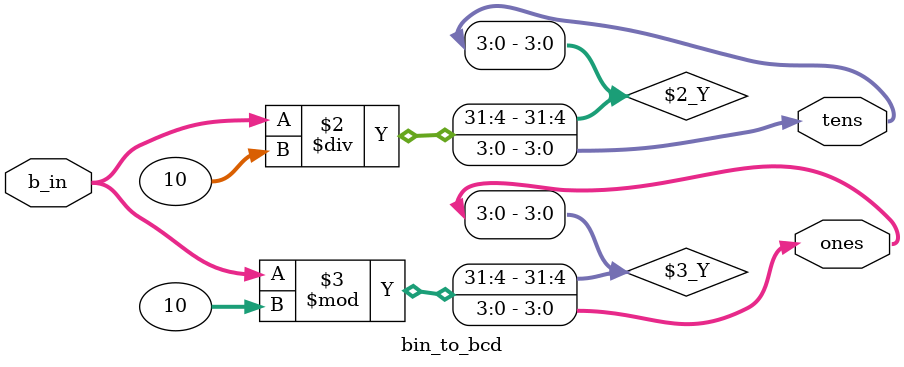
<source format=v>
module bin_to_bcd(
    input [4:0] b_in,
    output reg [3:0] tens,
    output reg [3:0] ones
);

    always @(*) begin
        tens = b_in / 10;
        ones = b_in % 10;
    end

    

endmodule
</source>
